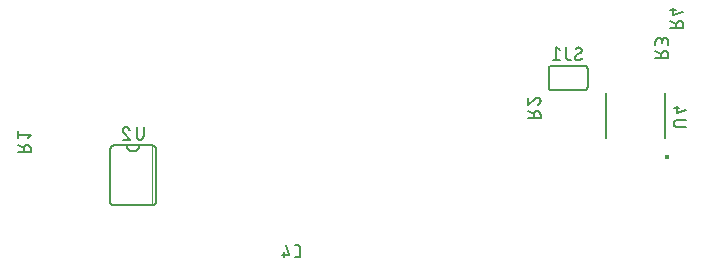
<source format=gbr>
G04 EAGLE Gerber X2 export*
%TF.Part,Single*%
%TF.FileFunction,Legend,Bot,1*%
%TF.FilePolarity,Positive*%
%TF.GenerationSoftware,Autodesk,EAGLE,9.1.0*%
%TF.CreationDate,2018-10-24T11:49:30Z*%
G75*
%MOMM*%
%FSLAX34Y34*%
%LPD*%
%AMOC8*
5,1,8,0,0,1.08239X$1,22.5*%
G01*
%ADD10C,0.203200*%
%ADD11C,0.400000*%
%ADD12C,0.152400*%
%ADD13C,0.050800*%


D10*
X308284Y241541D02*
X310655Y241541D01*
X310750Y241543D01*
X310846Y241549D01*
X310941Y241558D01*
X311035Y241572D01*
X311129Y241589D01*
X311222Y241610D01*
X311315Y241635D01*
X311406Y241663D01*
X311496Y241695D01*
X311584Y241731D01*
X311671Y241770D01*
X311757Y241813D01*
X311841Y241859D01*
X311922Y241908D01*
X312002Y241961D01*
X312079Y242017D01*
X312155Y242075D01*
X312227Y242137D01*
X312297Y242202D01*
X312365Y242270D01*
X312430Y242340D01*
X312492Y242412D01*
X312550Y242488D01*
X312606Y242565D01*
X312659Y242645D01*
X312708Y242727D01*
X312754Y242810D01*
X312797Y242896D01*
X312836Y242983D01*
X312872Y243071D01*
X312904Y243161D01*
X312932Y243252D01*
X312957Y243345D01*
X312978Y243438D01*
X312995Y243532D01*
X313009Y243626D01*
X313018Y243721D01*
X313024Y243817D01*
X313026Y243912D01*
X313026Y249838D01*
X313024Y249933D01*
X313018Y250029D01*
X313009Y250124D01*
X312995Y250218D01*
X312978Y250312D01*
X312957Y250405D01*
X312932Y250498D01*
X312904Y250589D01*
X312872Y250679D01*
X312836Y250767D01*
X312797Y250854D01*
X312754Y250940D01*
X312708Y251023D01*
X312659Y251105D01*
X312606Y251185D01*
X312550Y251262D01*
X312492Y251338D01*
X312430Y251410D01*
X312365Y251480D01*
X312297Y251548D01*
X312227Y251613D01*
X312155Y251675D01*
X312079Y251733D01*
X312002Y251789D01*
X311922Y251842D01*
X311841Y251891D01*
X311757Y251937D01*
X311671Y251980D01*
X311584Y252019D01*
X311496Y252055D01*
X311406Y252087D01*
X311315Y252115D01*
X311222Y252140D01*
X311129Y252161D01*
X311035Y252178D01*
X310941Y252192D01*
X310846Y252201D01*
X310751Y252207D01*
X310655Y252209D01*
X308284Y252209D01*
X301080Y252209D02*
X303451Y243912D01*
X297524Y243912D01*
X299302Y246282D02*
X299302Y241541D01*
X571900Y342950D02*
X571900Y380950D01*
X621900Y380950D02*
X621900Y342950D01*
D11*
X623400Y326950D03*
D10*
X632220Y352017D02*
X639925Y352017D01*
X632220Y352018D02*
X632113Y352020D01*
X632006Y352026D01*
X631900Y352035D01*
X631794Y352049D01*
X631688Y352066D01*
X631583Y352087D01*
X631479Y352112D01*
X631376Y352141D01*
X631274Y352173D01*
X631173Y352209D01*
X631074Y352249D01*
X630976Y352292D01*
X630880Y352339D01*
X630785Y352389D01*
X630692Y352442D01*
X630602Y352499D01*
X630513Y352559D01*
X630427Y352622D01*
X630343Y352688D01*
X630261Y352758D01*
X630182Y352830D01*
X630106Y352905D01*
X630032Y352983D01*
X629962Y353063D01*
X629894Y353146D01*
X629829Y353231D01*
X629768Y353318D01*
X629709Y353408D01*
X629654Y353500D01*
X629602Y353593D01*
X629554Y353689D01*
X629509Y353786D01*
X629467Y353884D01*
X629430Y353984D01*
X629395Y354086D01*
X629365Y354188D01*
X629338Y354292D01*
X629315Y354396D01*
X629296Y354502D01*
X629281Y354608D01*
X629269Y354714D01*
X629261Y354821D01*
X629257Y354928D01*
X629257Y355034D01*
X629261Y355141D01*
X629269Y355248D01*
X629281Y355354D01*
X629296Y355460D01*
X629315Y355566D01*
X629338Y355670D01*
X629365Y355774D01*
X629395Y355876D01*
X629430Y355978D01*
X629467Y356078D01*
X629509Y356176D01*
X629554Y356273D01*
X629602Y356369D01*
X629654Y356463D01*
X629709Y356554D01*
X629768Y356644D01*
X629829Y356731D01*
X629894Y356816D01*
X629962Y356899D01*
X630032Y356979D01*
X630106Y357057D01*
X630182Y357132D01*
X630261Y357204D01*
X630343Y357274D01*
X630427Y357340D01*
X630513Y357403D01*
X630602Y357463D01*
X630692Y357520D01*
X630785Y357573D01*
X630880Y357623D01*
X630976Y357670D01*
X631074Y357713D01*
X631173Y357753D01*
X631274Y357789D01*
X631376Y357821D01*
X631479Y357850D01*
X631583Y357875D01*
X631688Y357896D01*
X631794Y357913D01*
X631900Y357927D01*
X632006Y357936D01*
X632113Y357942D01*
X632220Y357944D01*
X639925Y357944D01*
X639925Y366199D02*
X631628Y363828D01*
X631628Y369755D01*
X633998Y367977D02*
X629257Y367977D01*
X516509Y359677D02*
X505841Y359677D01*
X516509Y359677D02*
X516509Y362640D01*
X516507Y362747D01*
X516501Y362854D01*
X516492Y362960D01*
X516478Y363066D01*
X516461Y363172D01*
X516440Y363277D01*
X516415Y363381D01*
X516386Y363484D01*
X516354Y363586D01*
X516318Y363687D01*
X516278Y363786D01*
X516235Y363884D01*
X516188Y363980D01*
X516138Y364075D01*
X516085Y364168D01*
X516028Y364258D01*
X515968Y364347D01*
X515905Y364433D01*
X515839Y364517D01*
X515769Y364599D01*
X515697Y364678D01*
X515622Y364754D01*
X515544Y364828D01*
X515464Y364898D01*
X515381Y364966D01*
X515296Y365031D01*
X515209Y365092D01*
X515119Y365151D01*
X515028Y365206D01*
X514934Y365258D01*
X514838Y365306D01*
X514741Y365351D01*
X514643Y365393D01*
X514543Y365430D01*
X514441Y365465D01*
X514339Y365495D01*
X514235Y365522D01*
X514131Y365545D01*
X514025Y365564D01*
X513919Y365579D01*
X513813Y365591D01*
X513706Y365599D01*
X513599Y365603D01*
X513493Y365603D01*
X513386Y365599D01*
X513279Y365591D01*
X513173Y365579D01*
X513067Y365564D01*
X512961Y365545D01*
X512857Y365522D01*
X512753Y365495D01*
X512651Y365465D01*
X512549Y365430D01*
X512449Y365393D01*
X512351Y365351D01*
X512254Y365306D01*
X512158Y365258D01*
X512065Y365206D01*
X511973Y365151D01*
X511883Y365092D01*
X511796Y365031D01*
X511711Y364966D01*
X511628Y364898D01*
X511548Y364828D01*
X511470Y364754D01*
X511395Y364678D01*
X511323Y364599D01*
X511253Y364517D01*
X511187Y364433D01*
X511124Y364347D01*
X511064Y364258D01*
X511007Y364168D01*
X510954Y364075D01*
X510904Y363980D01*
X510857Y363884D01*
X510814Y363786D01*
X510774Y363687D01*
X510738Y363586D01*
X510706Y363484D01*
X510677Y363381D01*
X510652Y363277D01*
X510631Y363172D01*
X510614Y363066D01*
X510600Y362960D01*
X510591Y362854D01*
X510585Y362747D01*
X510583Y362640D01*
X510582Y362640D02*
X510582Y359677D01*
X510582Y363233D02*
X505841Y365604D01*
X516509Y374256D02*
X516507Y374358D01*
X516501Y374460D01*
X516491Y374562D01*
X516478Y374663D01*
X516460Y374764D01*
X516439Y374864D01*
X516414Y374963D01*
X516385Y375061D01*
X516352Y375158D01*
X516316Y375253D01*
X516276Y375347D01*
X516232Y375439D01*
X516185Y375530D01*
X516134Y375619D01*
X516081Y375706D01*
X516023Y375790D01*
X515963Y375873D01*
X515900Y375953D01*
X515833Y376030D01*
X515764Y376105D01*
X515691Y376178D01*
X515616Y376247D01*
X515539Y376314D01*
X515459Y376377D01*
X515376Y376437D01*
X515292Y376495D01*
X515205Y376548D01*
X515116Y376599D01*
X515025Y376646D01*
X514933Y376690D01*
X514839Y376730D01*
X514743Y376766D01*
X514647Y376799D01*
X514549Y376828D01*
X514450Y376853D01*
X514350Y376874D01*
X514249Y376892D01*
X514148Y376905D01*
X514046Y376915D01*
X513944Y376921D01*
X513842Y376923D01*
X516509Y374256D02*
X516507Y374140D01*
X516501Y374023D01*
X516491Y373907D01*
X516477Y373792D01*
X516460Y373677D01*
X516438Y373562D01*
X516412Y373449D01*
X516383Y373336D01*
X516350Y373224D01*
X516313Y373114D01*
X516272Y373005D01*
X516228Y372897D01*
X516180Y372791D01*
X516128Y372687D01*
X516073Y372584D01*
X516015Y372483D01*
X515953Y372385D01*
X515888Y372288D01*
X515819Y372194D01*
X515747Y372102D01*
X515673Y372013D01*
X515595Y371926D01*
X515514Y371842D01*
X515431Y371761D01*
X515345Y371683D01*
X515256Y371607D01*
X515165Y371535D01*
X515071Y371466D01*
X514975Y371400D01*
X514877Y371337D01*
X514777Y371278D01*
X514675Y371222D01*
X514571Y371170D01*
X514465Y371121D01*
X514357Y371076D01*
X514249Y371034D01*
X514139Y370997D01*
X511767Y376035D02*
X511841Y376110D01*
X511918Y376182D01*
X511998Y376251D01*
X512080Y376318D01*
X512164Y376381D01*
X512251Y376441D01*
X512339Y376498D01*
X512430Y376552D01*
X512523Y376602D01*
X512617Y376649D01*
X512713Y376692D01*
X512811Y376732D01*
X512910Y376768D01*
X513010Y376801D01*
X513112Y376829D01*
X513214Y376854D01*
X513318Y376876D01*
X513422Y376893D01*
X513526Y376907D01*
X513631Y376916D01*
X513737Y376922D01*
X513842Y376924D01*
X511768Y376034D02*
X505841Y370996D01*
X505841Y376923D01*
X613791Y410477D02*
X624459Y410477D01*
X624459Y413440D01*
X624457Y413547D01*
X624451Y413654D01*
X624442Y413760D01*
X624428Y413866D01*
X624411Y413972D01*
X624390Y414077D01*
X624365Y414181D01*
X624336Y414284D01*
X624304Y414386D01*
X624268Y414487D01*
X624228Y414586D01*
X624185Y414684D01*
X624138Y414780D01*
X624088Y414875D01*
X624035Y414968D01*
X623978Y415058D01*
X623918Y415147D01*
X623855Y415233D01*
X623789Y415317D01*
X623719Y415399D01*
X623647Y415478D01*
X623572Y415554D01*
X623494Y415628D01*
X623414Y415698D01*
X623331Y415766D01*
X623246Y415831D01*
X623159Y415892D01*
X623069Y415951D01*
X622978Y416006D01*
X622884Y416058D01*
X622788Y416106D01*
X622691Y416151D01*
X622593Y416193D01*
X622493Y416230D01*
X622391Y416265D01*
X622289Y416295D01*
X622185Y416322D01*
X622081Y416345D01*
X621975Y416364D01*
X621869Y416379D01*
X621763Y416391D01*
X621656Y416399D01*
X621549Y416403D01*
X621443Y416403D01*
X621336Y416399D01*
X621229Y416391D01*
X621123Y416379D01*
X621017Y416364D01*
X620911Y416345D01*
X620807Y416322D01*
X620703Y416295D01*
X620601Y416265D01*
X620499Y416230D01*
X620399Y416193D01*
X620301Y416151D01*
X620204Y416106D01*
X620108Y416058D01*
X620015Y416006D01*
X619923Y415951D01*
X619833Y415892D01*
X619746Y415831D01*
X619661Y415766D01*
X619578Y415698D01*
X619498Y415628D01*
X619420Y415554D01*
X619345Y415478D01*
X619273Y415399D01*
X619203Y415317D01*
X619137Y415233D01*
X619074Y415147D01*
X619014Y415058D01*
X618957Y414968D01*
X618904Y414875D01*
X618854Y414780D01*
X618807Y414684D01*
X618764Y414586D01*
X618724Y414487D01*
X618688Y414386D01*
X618656Y414284D01*
X618627Y414181D01*
X618602Y414077D01*
X618581Y413972D01*
X618564Y413866D01*
X618550Y413760D01*
X618541Y413654D01*
X618535Y413547D01*
X618533Y413440D01*
X618532Y413440D02*
X618532Y410477D01*
X618532Y414033D02*
X613791Y416404D01*
X613791Y421796D02*
X613791Y424760D01*
X613793Y424867D01*
X613799Y424974D01*
X613808Y425080D01*
X613822Y425186D01*
X613839Y425292D01*
X613860Y425397D01*
X613885Y425501D01*
X613914Y425604D01*
X613946Y425706D01*
X613982Y425807D01*
X614022Y425906D01*
X614065Y426004D01*
X614112Y426100D01*
X614162Y426195D01*
X614215Y426288D01*
X614272Y426378D01*
X614332Y426467D01*
X614395Y426553D01*
X614461Y426637D01*
X614531Y426719D01*
X614603Y426798D01*
X614678Y426874D01*
X614756Y426948D01*
X614836Y427018D01*
X614919Y427086D01*
X615004Y427151D01*
X615091Y427212D01*
X615181Y427271D01*
X615273Y427326D01*
X615366Y427378D01*
X615462Y427426D01*
X615559Y427471D01*
X615657Y427513D01*
X615757Y427550D01*
X615859Y427585D01*
X615961Y427615D01*
X616065Y427642D01*
X616169Y427665D01*
X616275Y427684D01*
X616381Y427699D01*
X616487Y427711D01*
X616594Y427719D01*
X616701Y427723D01*
X616807Y427723D01*
X616914Y427719D01*
X617021Y427711D01*
X617127Y427699D01*
X617233Y427684D01*
X617339Y427665D01*
X617443Y427642D01*
X617547Y427615D01*
X617649Y427585D01*
X617751Y427550D01*
X617851Y427513D01*
X617949Y427471D01*
X618046Y427426D01*
X618142Y427378D01*
X618236Y427326D01*
X618327Y427271D01*
X618417Y427212D01*
X618504Y427151D01*
X618589Y427086D01*
X618672Y427018D01*
X618752Y426948D01*
X618830Y426874D01*
X618905Y426798D01*
X618977Y426719D01*
X619047Y426637D01*
X619113Y426553D01*
X619176Y426467D01*
X619236Y426378D01*
X619293Y426288D01*
X619346Y426195D01*
X619396Y426100D01*
X619443Y426004D01*
X619486Y425906D01*
X619526Y425807D01*
X619562Y425706D01*
X619594Y425604D01*
X619623Y425501D01*
X619648Y425397D01*
X619669Y425292D01*
X619686Y425186D01*
X619700Y425080D01*
X619709Y424974D01*
X619715Y424867D01*
X619717Y424760D01*
X624459Y425352D02*
X624459Y421796D01*
X624459Y425352D02*
X624457Y425449D01*
X624451Y425545D01*
X624441Y425641D01*
X624427Y425737D01*
X624410Y425832D01*
X624388Y425927D01*
X624363Y426020D01*
X624334Y426112D01*
X624301Y426203D01*
X624264Y426293D01*
X624224Y426381D01*
X624180Y426467D01*
X624133Y426551D01*
X624083Y426634D01*
X624029Y426714D01*
X623971Y426792D01*
X623911Y426868D01*
X623848Y426941D01*
X623782Y427011D01*
X623712Y427079D01*
X623641Y427144D01*
X623566Y427206D01*
X623489Y427264D01*
X623410Y427320D01*
X623329Y427372D01*
X623245Y427421D01*
X623160Y427467D01*
X623073Y427509D01*
X622984Y427547D01*
X622894Y427582D01*
X622802Y427613D01*
X622709Y427640D01*
X622616Y427664D01*
X622521Y427683D01*
X622425Y427699D01*
X622329Y427711D01*
X622233Y427719D01*
X622136Y427723D01*
X622040Y427723D01*
X621943Y427719D01*
X621847Y427711D01*
X621751Y427699D01*
X621655Y427683D01*
X621560Y427664D01*
X621467Y427640D01*
X621374Y427613D01*
X621282Y427582D01*
X621192Y427547D01*
X621103Y427509D01*
X621016Y427467D01*
X620931Y427421D01*
X620847Y427372D01*
X620766Y427320D01*
X620687Y427264D01*
X620610Y427206D01*
X620535Y427144D01*
X620464Y427079D01*
X620394Y427011D01*
X620328Y426941D01*
X620265Y426868D01*
X620205Y426792D01*
X620147Y426714D01*
X620093Y426634D01*
X620043Y426551D01*
X619996Y426467D01*
X619952Y426381D01*
X619912Y426293D01*
X619875Y426203D01*
X619842Y426112D01*
X619813Y426020D01*
X619788Y425927D01*
X619766Y425832D01*
X619749Y425737D01*
X619735Y425641D01*
X619725Y425545D01*
X619719Y425449D01*
X619717Y425352D01*
X619718Y425352D02*
X619718Y422982D01*
X626491Y435877D02*
X637159Y435877D01*
X637159Y438840D01*
X637157Y438947D01*
X637151Y439054D01*
X637142Y439160D01*
X637128Y439266D01*
X637111Y439372D01*
X637090Y439477D01*
X637065Y439581D01*
X637036Y439684D01*
X637004Y439786D01*
X636968Y439887D01*
X636928Y439986D01*
X636885Y440084D01*
X636838Y440180D01*
X636788Y440275D01*
X636735Y440368D01*
X636678Y440458D01*
X636618Y440547D01*
X636555Y440633D01*
X636489Y440717D01*
X636419Y440799D01*
X636347Y440878D01*
X636272Y440954D01*
X636194Y441028D01*
X636114Y441098D01*
X636031Y441166D01*
X635946Y441231D01*
X635859Y441292D01*
X635769Y441351D01*
X635678Y441406D01*
X635584Y441458D01*
X635488Y441506D01*
X635391Y441551D01*
X635293Y441593D01*
X635193Y441630D01*
X635091Y441665D01*
X634989Y441695D01*
X634885Y441722D01*
X634781Y441745D01*
X634675Y441764D01*
X634569Y441779D01*
X634463Y441791D01*
X634356Y441799D01*
X634249Y441803D01*
X634143Y441803D01*
X634036Y441799D01*
X633929Y441791D01*
X633823Y441779D01*
X633717Y441764D01*
X633611Y441745D01*
X633507Y441722D01*
X633403Y441695D01*
X633301Y441665D01*
X633199Y441630D01*
X633099Y441593D01*
X633001Y441551D01*
X632904Y441506D01*
X632808Y441458D01*
X632715Y441406D01*
X632623Y441351D01*
X632533Y441292D01*
X632446Y441231D01*
X632361Y441166D01*
X632278Y441098D01*
X632198Y441028D01*
X632120Y440954D01*
X632045Y440878D01*
X631973Y440799D01*
X631903Y440717D01*
X631837Y440633D01*
X631774Y440547D01*
X631714Y440458D01*
X631657Y440368D01*
X631604Y440275D01*
X631554Y440180D01*
X631507Y440084D01*
X631464Y439986D01*
X631424Y439887D01*
X631388Y439786D01*
X631356Y439684D01*
X631327Y439581D01*
X631302Y439477D01*
X631281Y439372D01*
X631264Y439266D01*
X631250Y439160D01*
X631241Y439054D01*
X631235Y438947D01*
X631233Y438840D01*
X631232Y438840D02*
X631232Y435877D01*
X631232Y439433D02*
X626491Y441804D01*
X628862Y447196D02*
X637159Y449567D01*
X628862Y447196D02*
X628862Y453123D01*
X631232Y451345D02*
X626491Y451345D01*
D12*
X553720Y403860D02*
X525780Y403860D01*
X553720Y383540D02*
X553820Y383542D01*
X553919Y383548D01*
X554019Y383558D01*
X554117Y383571D01*
X554216Y383589D01*
X554313Y383610D01*
X554409Y383635D01*
X554505Y383664D01*
X554599Y383697D01*
X554692Y383733D01*
X554783Y383773D01*
X554873Y383817D01*
X554961Y383864D01*
X555047Y383914D01*
X555131Y383968D01*
X555213Y384025D01*
X555292Y384085D01*
X555370Y384149D01*
X555444Y384215D01*
X555516Y384284D01*
X555585Y384356D01*
X555651Y384430D01*
X555715Y384508D01*
X555775Y384587D01*
X555832Y384669D01*
X555886Y384753D01*
X555936Y384839D01*
X555983Y384927D01*
X556027Y385017D01*
X556067Y385108D01*
X556103Y385201D01*
X556136Y385295D01*
X556165Y385391D01*
X556190Y385487D01*
X556211Y385584D01*
X556229Y385683D01*
X556242Y385781D01*
X556252Y385881D01*
X556258Y385980D01*
X556260Y386080D01*
X525780Y383540D02*
X525680Y383542D01*
X525581Y383548D01*
X525481Y383558D01*
X525383Y383571D01*
X525284Y383589D01*
X525187Y383610D01*
X525091Y383635D01*
X524995Y383664D01*
X524901Y383697D01*
X524808Y383733D01*
X524717Y383773D01*
X524627Y383817D01*
X524539Y383864D01*
X524453Y383914D01*
X524369Y383968D01*
X524287Y384025D01*
X524208Y384085D01*
X524130Y384149D01*
X524056Y384215D01*
X523984Y384284D01*
X523915Y384356D01*
X523849Y384430D01*
X523785Y384508D01*
X523725Y384587D01*
X523668Y384669D01*
X523614Y384753D01*
X523564Y384839D01*
X523517Y384927D01*
X523473Y385017D01*
X523433Y385108D01*
X523397Y385201D01*
X523364Y385295D01*
X523335Y385391D01*
X523310Y385487D01*
X523289Y385584D01*
X523271Y385683D01*
X523258Y385781D01*
X523248Y385881D01*
X523242Y385980D01*
X523240Y386080D01*
X523240Y401320D02*
X523242Y401420D01*
X523248Y401519D01*
X523258Y401619D01*
X523271Y401717D01*
X523289Y401816D01*
X523310Y401913D01*
X523335Y402009D01*
X523364Y402105D01*
X523397Y402199D01*
X523433Y402292D01*
X523473Y402383D01*
X523517Y402473D01*
X523564Y402561D01*
X523614Y402647D01*
X523668Y402731D01*
X523725Y402813D01*
X523785Y402892D01*
X523849Y402970D01*
X523915Y403044D01*
X523984Y403116D01*
X524056Y403185D01*
X524130Y403251D01*
X524208Y403315D01*
X524287Y403375D01*
X524369Y403432D01*
X524453Y403486D01*
X524539Y403536D01*
X524627Y403583D01*
X524717Y403627D01*
X524808Y403667D01*
X524901Y403703D01*
X524995Y403736D01*
X525091Y403765D01*
X525187Y403790D01*
X525284Y403811D01*
X525383Y403829D01*
X525481Y403842D01*
X525581Y403852D01*
X525680Y403858D01*
X525780Y403860D01*
X553720Y403860D02*
X553820Y403858D01*
X553919Y403852D01*
X554019Y403842D01*
X554117Y403829D01*
X554216Y403811D01*
X554313Y403790D01*
X554409Y403765D01*
X554505Y403736D01*
X554599Y403703D01*
X554692Y403667D01*
X554783Y403627D01*
X554873Y403583D01*
X554961Y403536D01*
X555047Y403486D01*
X555131Y403432D01*
X555213Y403375D01*
X555292Y403315D01*
X555370Y403251D01*
X555444Y403185D01*
X555516Y403116D01*
X555585Y403044D01*
X555651Y402970D01*
X555715Y402892D01*
X555775Y402813D01*
X555832Y402731D01*
X555886Y402647D01*
X555936Y402561D01*
X555983Y402473D01*
X556027Y402383D01*
X556067Y402292D01*
X556103Y402199D01*
X556136Y402105D01*
X556165Y402009D01*
X556190Y401913D01*
X556211Y401816D01*
X556229Y401717D01*
X556242Y401619D01*
X556252Y401519D01*
X556258Y401420D01*
X556260Y401320D01*
X556260Y386080D01*
X523240Y386080D02*
X523240Y401320D01*
X525780Y383540D02*
X553720Y383540D01*
D10*
X548047Y408686D02*
X547952Y408688D01*
X547856Y408694D01*
X547761Y408703D01*
X547667Y408717D01*
X547573Y408734D01*
X547480Y408755D01*
X547387Y408780D01*
X547296Y408808D01*
X547206Y408840D01*
X547118Y408876D01*
X547031Y408915D01*
X546945Y408958D01*
X546862Y409004D01*
X546780Y409053D01*
X546700Y409106D01*
X546623Y409162D01*
X546547Y409220D01*
X546475Y409282D01*
X546405Y409347D01*
X546337Y409415D01*
X546272Y409485D01*
X546210Y409557D01*
X546152Y409633D01*
X546096Y409710D01*
X546043Y409790D01*
X545994Y409872D01*
X545948Y409955D01*
X545905Y410041D01*
X545866Y410128D01*
X545830Y410216D01*
X545798Y410306D01*
X545770Y410397D01*
X545745Y410490D01*
X545724Y410583D01*
X545707Y410677D01*
X545693Y410771D01*
X545684Y410866D01*
X545678Y410962D01*
X545676Y411057D01*
X548047Y408686D02*
X548183Y408688D01*
X548320Y408693D01*
X548456Y408703D01*
X548591Y408716D01*
X548727Y408732D01*
X548861Y408753D01*
X548996Y408777D01*
X549129Y408804D01*
X549262Y408836D01*
X549394Y408870D01*
X549525Y408909D01*
X549654Y408951D01*
X549783Y408996D01*
X549910Y409045D01*
X550036Y409098D01*
X550160Y409154D01*
X550283Y409213D01*
X550404Y409275D01*
X550524Y409341D01*
X550641Y409410D01*
X550757Y409483D01*
X550871Y409558D01*
X550982Y409636D01*
X551091Y409718D01*
X551199Y409802D01*
X551303Y409889D01*
X551406Y409979D01*
X551506Y410072D01*
X551603Y410168D01*
X551307Y416983D02*
X551305Y417078D01*
X551299Y417174D01*
X551290Y417269D01*
X551276Y417363D01*
X551259Y417457D01*
X551238Y417550D01*
X551213Y417643D01*
X551185Y417734D01*
X551153Y417824D01*
X551117Y417912D01*
X551078Y417999D01*
X551035Y418085D01*
X550989Y418169D01*
X550940Y418250D01*
X550887Y418330D01*
X550831Y418407D01*
X550773Y418483D01*
X550711Y418555D01*
X550646Y418625D01*
X550578Y418693D01*
X550508Y418758D01*
X550436Y418820D01*
X550360Y418878D01*
X550283Y418934D01*
X550203Y418987D01*
X550122Y419036D01*
X550038Y419082D01*
X549952Y419125D01*
X549865Y419164D01*
X549777Y419200D01*
X549687Y419232D01*
X549596Y419260D01*
X549503Y419285D01*
X549410Y419306D01*
X549316Y419323D01*
X549222Y419337D01*
X549127Y419346D01*
X549031Y419352D01*
X548936Y419354D01*
X548806Y419352D01*
X548676Y419346D01*
X548546Y419337D01*
X548417Y419324D01*
X548288Y419307D01*
X548160Y419286D01*
X548032Y419261D01*
X547905Y419233D01*
X547779Y419201D01*
X547654Y419165D01*
X547530Y419126D01*
X547408Y419083D01*
X547286Y419037D01*
X547166Y418986D01*
X547048Y418933D01*
X546931Y418876D01*
X546816Y418816D01*
X546702Y418752D01*
X546591Y418685D01*
X546481Y418615D01*
X546374Y418541D01*
X546269Y418465D01*
X550122Y414908D02*
X550203Y414959D01*
X550283Y415013D01*
X550361Y415069D01*
X550436Y415129D01*
X550509Y415192D01*
X550579Y415258D01*
X550646Y415326D01*
X550711Y415397D01*
X550773Y415471D01*
X550832Y415547D01*
X550888Y415625D01*
X550940Y415706D01*
X550990Y415788D01*
X551036Y415873D01*
X551078Y415959D01*
X551118Y416047D01*
X551153Y416136D01*
X551185Y416227D01*
X551214Y416319D01*
X551238Y416412D01*
X551259Y416505D01*
X551276Y416600D01*
X551290Y416695D01*
X551299Y416791D01*
X551305Y416887D01*
X551307Y416983D01*
X546862Y413132D02*
X546780Y413081D01*
X546700Y413027D01*
X546622Y412971D01*
X546547Y412911D01*
X546474Y412848D01*
X546404Y412782D01*
X546337Y412714D01*
X546272Y412643D01*
X546210Y412569D01*
X546151Y412493D01*
X546095Y412415D01*
X546043Y412334D01*
X545993Y412252D01*
X545947Y412167D01*
X545905Y412081D01*
X545865Y411993D01*
X545830Y411904D01*
X545798Y411813D01*
X545769Y411721D01*
X545745Y411628D01*
X545724Y411535D01*
X545707Y411440D01*
X545693Y411345D01*
X545684Y411249D01*
X545678Y411153D01*
X545676Y411057D01*
X546862Y413131D02*
X550122Y414909D01*
X538368Y411057D02*
X538368Y419354D01*
X538368Y411057D02*
X538370Y410962D01*
X538376Y410866D01*
X538385Y410771D01*
X538399Y410677D01*
X538416Y410583D01*
X538437Y410490D01*
X538462Y410397D01*
X538490Y410306D01*
X538522Y410216D01*
X538558Y410128D01*
X538597Y410041D01*
X538640Y409955D01*
X538686Y409872D01*
X538735Y409790D01*
X538788Y409710D01*
X538844Y409633D01*
X538902Y409557D01*
X538964Y409485D01*
X539029Y409415D01*
X539097Y409347D01*
X539167Y409282D01*
X539239Y409220D01*
X539315Y409162D01*
X539392Y409106D01*
X539472Y409053D01*
X539554Y409004D01*
X539637Y408958D01*
X539723Y408915D01*
X539810Y408876D01*
X539898Y408840D01*
X539988Y408808D01*
X540079Y408780D01*
X540172Y408755D01*
X540265Y408734D01*
X540359Y408717D01*
X540453Y408703D01*
X540548Y408694D01*
X540644Y408688D01*
X540739Y408686D01*
X541924Y408686D01*
X532553Y416983D02*
X529590Y419354D01*
X529590Y408686D01*
X532553Y408686D02*
X526627Y408686D01*
X84709Y331102D02*
X74041Y331102D01*
X84709Y331102D02*
X84709Y334065D01*
X84707Y334172D01*
X84701Y334279D01*
X84692Y334385D01*
X84678Y334491D01*
X84661Y334597D01*
X84640Y334702D01*
X84615Y334806D01*
X84586Y334909D01*
X84554Y335011D01*
X84518Y335112D01*
X84478Y335211D01*
X84435Y335309D01*
X84388Y335405D01*
X84338Y335500D01*
X84285Y335593D01*
X84228Y335683D01*
X84168Y335772D01*
X84105Y335858D01*
X84039Y335942D01*
X83969Y336024D01*
X83897Y336103D01*
X83822Y336179D01*
X83744Y336253D01*
X83664Y336323D01*
X83581Y336391D01*
X83496Y336456D01*
X83409Y336517D01*
X83319Y336576D01*
X83228Y336631D01*
X83134Y336683D01*
X83038Y336731D01*
X82941Y336776D01*
X82843Y336818D01*
X82743Y336855D01*
X82641Y336890D01*
X82539Y336920D01*
X82435Y336947D01*
X82331Y336970D01*
X82225Y336989D01*
X82119Y337004D01*
X82013Y337016D01*
X81906Y337024D01*
X81799Y337028D01*
X81693Y337028D01*
X81586Y337024D01*
X81479Y337016D01*
X81373Y337004D01*
X81267Y336989D01*
X81161Y336970D01*
X81057Y336947D01*
X80953Y336920D01*
X80851Y336890D01*
X80749Y336855D01*
X80649Y336818D01*
X80551Y336776D01*
X80454Y336731D01*
X80358Y336683D01*
X80265Y336631D01*
X80173Y336576D01*
X80083Y336517D01*
X79996Y336456D01*
X79911Y336391D01*
X79828Y336323D01*
X79748Y336253D01*
X79670Y336179D01*
X79595Y336103D01*
X79523Y336024D01*
X79453Y335942D01*
X79387Y335858D01*
X79324Y335772D01*
X79264Y335683D01*
X79207Y335593D01*
X79154Y335500D01*
X79104Y335405D01*
X79057Y335309D01*
X79014Y335211D01*
X78974Y335112D01*
X78938Y335011D01*
X78906Y334909D01*
X78877Y334806D01*
X78852Y334702D01*
X78831Y334597D01*
X78814Y334491D01*
X78800Y334385D01*
X78791Y334279D01*
X78785Y334172D01*
X78783Y334065D01*
X78782Y334065D02*
X78782Y331102D01*
X78782Y334658D02*
X74041Y337029D01*
X82338Y342421D02*
X84709Y345385D01*
X74041Y345385D01*
X74041Y348348D02*
X74041Y342421D01*
D12*
X151892Y332740D02*
X151892Y289560D01*
X187198Y285750D02*
X187320Y285752D01*
X187442Y285758D01*
X187564Y285768D01*
X187685Y285781D01*
X187806Y285799D01*
X187926Y285820D01*
X188046Y285846D01*
X188164Y285875D01*
X188282Y285907D01*
X188399Y285944D01*
X188514Y285984D01*
X188628Y286028D01*
X188740Y286076D01*
X188851Y286127D01*
X188960Y286182D01*
X189068Y286240D01*
X189173Y286302D01*
X189276Y286367D01*
X189378Y286435D01*
X189477Y286507D01*
X189573Y286581D01*
X189668Y286659D01*
X189759Y286740D01*
X189849Y286823D01*
X189935Y286909D01*
X190018Y286999D01*
X190099Y287090D01*
X190177Y287185D01*
X190251Y287281D01*
X190323Y287380D01*
X190391Y287482D01*
X190456Y287585D01*
X190518Y287690D01*
X190576Y287798D01*
X190631Y287907D01*
X190682Y288018D01*
X190730Y288130D01*
X190774Y288244D01*
X190814Y288359D01*
X190851Y288476D01*
X190883Y288594D01*
X190912Y288712D01*
X190938Y288832D01*
X190959Y288952D01*
X190977Y289073D01*
X190990Y289194D01*
X191000Y289316D01*
X191006Y289438D01*
X191008Y289560D01*
X151892Y332740D02*
X151894Y332862D01*
X151900Y332984D01*
X151910Y333106D01*
X151923Y333227D01*
X151941Y333348D01*
X151962Y333468D01*
X151988Y333588D01*
X152017Y333706D01*
X152049Y333824D01*
X152086Y333941D01*
X152126Y334056D01*
X152170Y334170D01*
X152218Y334282D01*
X152269Y334393D01*
X152324Y334502D01*
X152382Y334610D01*
X152444Y334715D01*
X152509Y334818D01*
X152577Y334920D01*
X152649Y335019D01*
X152723Y335115D01*
X152801Y335210D01*
X152882Y335301D01*
X152965Y335391D01*
X153051Y335477D01*
X153141Y335560D01*
X153232Y335641D01*
X153327Y335719D01*
X153423Y335793D01*
X153522Y335865D01*
X153624Y335933D01*
X153727Y335998D01*
X153832Y336060D01*
X153940Y336118D01*
X154049Y336173D01*
X154160Y336224D01*
X154272Y336272D01*
X154386Y336316D01*
X154501Y336356D01*
X154618Y336393D01*
X154736Y336425D01*
X154854Y336454D01*
X154974Y336480D01*
X155094Y336501D01*
X155215Y336519D01*
X155336Y336532D01*
X155458Y336542D01*
X155580Y336548D01*
X155702Y336550D01*
X151892Y289560D02*
X151894Y289438D01*
X151900Y289316D01*
X151910Y289194D01*
X151923Y289073D01*
X151941Y288952D01*
X151962Y288832D01*
X151988Y288712D01*
X152017Y288594D01*
X152049Y288476D01*
X152086Y288359D01*
X152126Y288244D01*
X152170Y288130D01*
X152218Y288018D01*
X152269Y287907D01*
X152324Y287798D01*
X152382Y287690D01*
X152444Y287585D01*
X152509Y287482D01*
X152577Y287380D01*
X152649Y287281D01*
X152723Y287185D01*
X152801Y287090D01*
X152882Y286999D01*
X152965Y286909D01*
X153051Y286823D01*
X153141Y286740D01*
X153232Y286659D01*
X153327Y286581D01*
X153423Y286507D01*
X153522Y286435D01*
X153624Y286367D01*
X153727Y286302D01*
X153832Y286240D01*
X153940Y286182D01*
X154049Y286127D01*
X154160Y286076D01*
X154272Y286028D01*
X154386Y285984D01*
X154501Y285944D01*
X154618Y285907D01*
X154736Y285875D01*
X154854Y285846D01*
X154974Y285820D01*
X155094Y285799D01*
X155215Y285781D01*
X155336Y285768D01*
X155458Y285758D01*
X155580Y285752D01*
X155702Y285750D01*
X191008Y332740D02*
X191006Y332862D01*
X191000Y332984D01*
X190990Y333106D01*
X190977Y333227D01*
X190959Y333348D01*
X190938Y333468D01*
X190912Y333588D01*
X190883Y333706D01*
X190851Y333824D01*
X190814Y333941D01*
X190774Y334056D01*
X190730Y334170D01*
X190682Y334282D01*
X190631Y334393D01*
X190576Y334502D01*
X190518Y334610D01*
X190456Y334715D01*
X190391Y334818D01*
X190323Y334920D01*
X190251Y335019D01*
X190177Y335115D01*
X190099Y335210D01*
X190018Y335301D01*
X189935Y335391D01*
X189849Y335477D01*
X189759Y335560D01*
X189668Y335641D01*
X189573Y335719D01*
X189477Y335793D01*
X189378Y335865D01*
X189276Y335933D01*
X189173Y335998D01*
X189068Y336060D01*
X188960Y336118D01*
X188851Y336173D01*
X188740Y336224D01*
X188628Y336272D01*
X188514Y336316D01*
X188399Y336356D01*
X188282Y336393D01*
X188164Y336425D01*
X188046Y336454D01*
X187926Y336480D01*
X187806Y336501D01*
X187685Y336519D01*
X187564Y336532D01*
X187442Y336542D01*
X187320Y336548D01*
X187198Y336550D01*
X191008Y332740D02*
X191008Y289560D01*
X187198Y285750D02*
X155702Y285750D01*
X155702Y336550D02*
X187198Y336550D01*
X176530Y336550D02*
X176528Y336409D01*
X176522Y336268D01*
X176512Y336127D01*
X176499Y335986D01*
X176481Y335846D01*
X176459Y335707D01*
X176434Y335568D01*
X176405Y335429D01*
X176372Y335292D01*
X176335Y335156D01*
X176294Y335021D01*
X176250Y334886D01*
X176202Y334754D01*
X176150Y334622D01*
X176095Y334492D01*
X176036Y334364D01*
X175973Y334237D01*
X175907Y334113D01*
X175838Y333990D01*
X175765Y333869D01*
X175689Y333750D01*
X175609Y333633D01*
X175526Y333519D01*
X175441Y333406D01*
X175352Y333297D01*
X175260Y333189D01*
X175165Y333085D01*
X175067Y332983D01*
X174966Y332884D01*
X174863Y332787D01*
X174757Y332694D01*
X174649Y332604D01*
X174538Y332516D01*
X174425Y332432D01*
X174309Y332351D01*
X174191Y332273D01*
X174071Y332198D01*
X173949Y332127D01*
X173825Y332059D01*
X173699Y331995D01*
X173572Y331934D01*
X173443Y331877D01*
X173312Y331824D01*
X173180Y331774D01*
X173047Y331727D01*
X172912Y331685D01*
X172776Y331646D01*
X172639Y331611D01*
X172502Y331580D01*
X172363Y331553D01*
X172224Y331529D01*
X172084Y331510D01*
X171944Y331494D01*
X171803Y331482D01*
X171662Y331474D01*
X171521Y331470D01*
X171379Y331470D01*
X171238Y331474D01*
X171097Y331482D01*
X170956Y331494D01*
X170816Y331510D01*
X170676Y331529D01*
X170537Y331553D01*
X170398Y331580D01*
X170261Y331611D01*
X170124Y331646D01*
X169988Y331685D01*
X169853Y331727D01*
X169720Y331774D01*
X169588Y331824D01*
X169457Y331877D01*
X169328Y331934D01*
X169201Y331995D01*
X169075Y332059D01*
X168951Y332127D01*
X168829Y332198D01*
X168709Y332273D01*
X168591Y332351D01*
X168475Y332432D01*
X168362Y332516D01*
X168251Y332604D01*
X168143Y332694D01*
X168037Y332787D01*
X167934Y332884D01*
X167833Y332983D01*
X167735Y333085D01*
X167640Y333189D01*
X167548Y333297D01*
X167459Y333406D01*
X167374Y333519D01*
X167291Y333633D01*
X167211Y333750D01*
X167135Y333869D01*
X167062Y333990D01*
X166993Y334113D01*
X166927Y334237D01*
X166864Y334364D01*
X166805Y334492D01*
X166750Y334622D01*
X166698Y334754D01*
X166650Y334886D01*
X166606Y335021D01*
X166565Y335156D01*
X166528Y335292D01*
X166495Y335429D01*
X166466Y335568D01*
X166441Y335707D01*
X166419Y335846D01*
X166401Y335986D01*
X166388Y336127D01*
X166378Y336268D01*
X166372Y336409D01*
X166370Y336550D01*
D13*
X187452Y336550D02*
X187452Y285750D01*
D10*
X180319Y344339D02*
X180319Y352044D01*
X180318Y344339D02*
X180316Y344232D01*
X180310Y344125D01*
X180301Y344019D01*
X180287Y343913D01*
X180270Y343807D01*
X180249Y343702D01*
X180224Y343598D01*
X180195Y343495D01*
X180163Y343393D01*
X180127Y343292D01*
X180087Y343193D01*
X180044Y343095D01*
X179997Y342999D01*
X179947Y342904D01*
X179894Y342811D01*
X179837Y342721D01*
X179777Y342632D01*
X179714Y342546D01*
X179648Y342462D01*
X179578Y342380D01*
X179506Y342301D01*
X179431Y342225D01*
X179353Y342151D01*
X179273Y342081D01*
X179190Y342013D01*
X179105Y341948D01*
X179018Y341887D01*
X178928Y341828D01*
X178836Y341773D01*
X178743Y341721D01*
X178647Y341673D01*
X178550Y341628D01*
X178452Y341586D01*
X178352Y341549D01*
X178250Y341514D01*
X178148Y341484D01*
X178044Y341457D01*
X177940Y341434D01*
X177834Y341415D01*
X177728Y341400D01*
X177622Y341388D01*
X177515Y341380D01*
X177408Y341376D01*
X177302Y341376D01*
X177195Y341380D01*
X177088Y341388D01*
X176982Y341400D01*
X176876Y341415D01*
X176770Y341434D01*
X176666Y341457D01*
X176562Y341484D01*
X176460Y341514D01*
X176358Y341549D01*
X176258Y341586D01*
X176160Y341628D01*
X176063Y341673D01*
X175967Y341721D01*
X175874Y341773D01*
X175782Y341828D01*
X175692Y341887D01*
X175605Y341948D01*
X175520Y342013D01*
X175437Y342081D01*
X175357Y342151D01*
X175279Y342225D01*
X175204Y342301D01*
X175132Y342380D01*
X175062Y342462D01*
X174996Y342546D01*
X174933Y342632D01*
X174873Y342721D01*
X174816Y342811D01*
X174763Y342904D01*
X174713Y342999D01*
X174666Y343095D01*
X174623Y343193D01*
X174583Y343292D01*
X174547Y343393D01*
X174515Y343495D01*
X174486Y343598D01*
X174461Y343702D01*
X174440Y343807D01*
X174423Y343913D01*
X174409Y344019D01*
X174400Y344125D01*
X174394Y344232D01*
X174392Y344339D01*
X174392Y352044D01*
X165248Y352044D02*
X165146Y352042D01*
X165044Y352036D01*
X164942Y352026D01*
X164841Y352013D01*
X164740Y351995D01*
X164640Y351974D01*
X164541Y351949D01*
X164443Y351920D01*
X164346Y351887D01*
X164251Y351851D01*
X164157Y351811D01*
X164065Y351767D01*
X163974Y351720D01*
X163885Y351669D01*
X163798Y351616D01*
X163714Y351558D01*
X163631Y351498D01*
X163551Y351435D01*
X163474Y351368D01*
X163399Y351299D01*
X163326Y351226D01*
X163257Y351151D01*
X163190Y351074D01*
X163127Y350994D01*
X163067Y350911D01*
X163009Y350827D01*
X162956Y350740D01*
X162905Y350651D01*
X162858Y350560D01*
X162814Y350468D01*
X162774Y350374D01*
X162738Y350278D01*
X162705Y350182D01*
X162676Y350084D01*
X162651Y349985D01*
X162630Y349885D01*
X162612Y349784D01*
X162599Y349683D01*
X162589Y349581D01*
X162583Y349479D01*
X162581Y349377D01*
X165248Y352044D02*
X165364Y352042D01*
X165481Y352036D01*
X165597Y352026D01*
X165712Y352012D01*
X165827Y351995D01*
X165942Y351973D01*
X166055Y351947D01*
X166168Y351918D01*
X166280Y351885D01*
X166390Y351848D01*
X166499Y351807D01*
X166607Y351763D01*
X166713Y351715D01*
X166817Y351663D01*
X166920Y351608D01*
X167021Y351550D01*
X167119Y351488D01*
X167216Y351423D01*
X167310Y351354D01*
X167402Y351282D01*
X167491Y351208D01*
X167578Y351130D01*
X167662Y351049D01*
X167743Y350966D01*
X167821Y350880D01*
X167897Y350791D01*
X167969Y350700D01*
X168038Y350606D01*
X168104Y350510D01*
X168167Y350412D01*
X168226Y350312D01*
X168282Y350210D01*
X168334Y350106D01*
X168383Y350000D01*
X168428Y349892D01*
X168470Y349784D01*
X168507Y349673D01*
X163470Y347302D02*
X163395Y347376D01*
X163323Y347453D01*
X163254Y347533D01*
X163187Y347615D01*
X163124Y347699D01*
X163064Y347786D01*
X163007Y347874D01*
X162953Y347965D01*
X162903Y348058D01*
X162856Y348152D01*
X162813Y348248D01*
X162773Y348346D01*
X162737Y348445D01*
X162704Y348545D01*
X162676Y348647D01*
X162651Y348749D01*
X162629Y348853D01*
X162612Y348957D01*
X162598Y349061D01*
X162589Y349166D01*
X162583Y349272D01*
X162581Y349377D01*
X163470Y347303D02*
X168508Y341376D01*
X162581Y341376D01*
M02*

</source>
